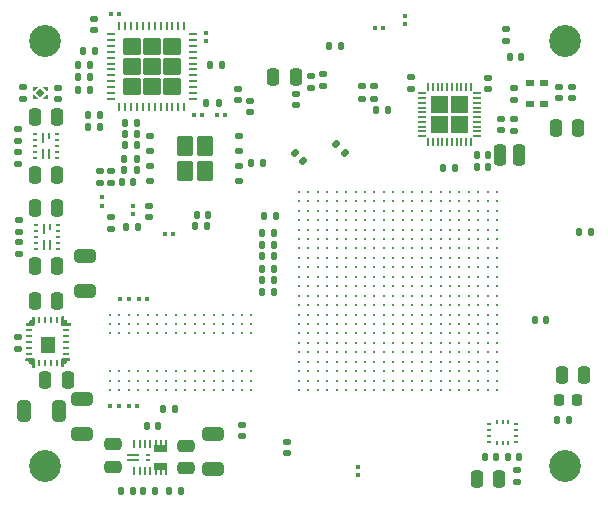
<source format=gtp>
G04 #@! TF.GenerationSoftware,KiCad,Pcbnew,8.0.0~rc2-1e5b68cb87~176~ubuntu22.04.1*
G04 #@! TF.CreationDate,2024-06-10T16:32:28+02:00*
G04 #@! TF.ProjectId,prova_fpga,70726f76-615f-4667-9067-612e6b696361,rev?*
G04 #@! TF.SameCoordinates,Original*
G04 #@! TF.FileFunction,Paste,Top*
G04 #@! TF.FilePolarity,Positive*
%FSLAX46Y46*%
G04 Gerber Fmt 4.6, Leading zero omitted, Abs format (unit mm)*
G04 Created by KiCad (PCBNEW 8.0.0~rc2-1e5b68cb87~176~ubuntu22.04.1) date 2024-06-10 16:32:28*
%MOMM*%
%LPD*%
G01*
G04 APERTURE LIST*
G04 Aperture macros list*
%AMRoundRect*
0 Rectangle with rounded corners*
0 $1 Rounding radius*
0 $2 $3 $4 $5 $6 $7 $8 $9 X,Y pos of 4 corners*
0 Add a 4 corners polygon primitive as box body*
4,1,4,$2,$3,$4,$5,$6,$7,$8,$9,$2,$3,0*
0 Add four circle primitives for the rounded corners*
1,1,$1+$1,$2,$3*
1,1,$1+$1,$4,$5*
1,1,$1+$1,$6,$7*
1,1,$1+$1,$8,$9*
0 Add four rect primitives between the rounded corners*
20,1,$1+$1,$2,$3,$4,$5,0*
20,1,$1+$1,$4,$5,$6,$7,0*
20,1,$1+$1,$6,$7,$8,$9,0*
20,1,$1+$1,$8,$9,$2,$3,0*%
%AMFreePoly0*
4,1,6,0.325041,0.072014,0.087937,-0.165085,-0.125052,-0.165088,-0.125109,0.135050,0.325086,0.135050,0.325041,0.072014,0.325041,0.072014,$1*%
%AMFreePoly1*
4,1,6,0.087937,0.165085,0.325041,-0.072014,0.325086,-0.135050,-0.125109,-0.135050,-0.125052,0.165088,0.087937,0.165085,0.087937,0.165085,$1*%
%AMFreePoly2*
4,1,6,0.125109,-0.135050,-0.325086,-0.135050,-0.325041,-0.072014,-0.087937,0.165085,0.125052,0.165088,0.125109,-0.135050,0.125109,-0.135050,$1*%
%AMFreePoly3*
4,1,23,-0.298000,0.521700,0.269100,0.521700,0.269100,-0.521700,-0.776100,-0.521700,-0.776100,-0.378300,-0.299000,-0.378300,-0.277858,-0.369542,-0.269100,-0.348400,-0.269100,-0.101601,-0.277858,-0.080459,-0.299000,-0.071701,-0.776100,-0.071701,-0.776100,0.071699,-0.299000,0.071699,-0.277858,0.080457,-0.269100,0.101599,-0.269100,0.348401,-0.277858,0.369543,-0.299000,0.378301,-0.776100,0.378301,
-0.776100,0.521701,-0.298002,0.521701,-0.298000,0.521700,-0.298000,0.521700,$1*%
%AMFreePoly4*
4,1,21,0.776100,0.378300,0.299000,0.378300,0.277858,0.369542,0.269100,0.348400,0.269100,0.101600,0.277858,0.080458,0.299000,0.071700,0.776100,0.071700,0.776100,-0.071700,0.299000,-0.071700,0.277858,-0.080458,0.269100,-0.101600,0.269100,-0.348400,0.277858,-0.369542,0.299000,-0.378300,0.776100,-0.378300,0.776100,-0.521700,-0.269100,-0.521700,-0.269100,0.521700,0.776100,0.521700,
0.776100,0.378300,0.776100,0.378300,$1*%
%AMFreePoly5*
4,1,21,0.227502,0.490679,0.227502,-0.190680,0.190682,-0.227500,-0.490679,-0.227500,-0.527499,-0.190680,-0.527499,-0.059320,-0.490679,-0.022500,-0.299999,-0.022500,-0.284089,-0.015910,-0.234090,0.034089,-0.227500,0.049999,-0.227500,0.190679,-0.190680,0.227499,-0.050000,0.227499,-0.034090,0.234089,0.015910,0.284089,0.022500,0.299999,0.022500,0.490678,0.059320,0.527498,0.190681,0.527498,
0.227502,0.490679,0.227502,0.490679,$1*%
%AMFreePoly6*
4,1,22,0.227499,0.190681,0.227501,-0.490679,0.190681,-0.527498,0.059320,-0.527498,0.022500,-0.490678,0.022502,-0.299999,0.015912,-0.284089,-0.034090,-0.234089,-0.050000,-0.227499,-0.190680,-0.227499,-0.227499,-0.190679,-0.227497,-0.049999,-0.234087,-0.034089,-0.234088,-0.034089,-0.284090,0.015910,-0.299999,0.022500,-0.490679,0.022500,-0.527499,0.059320,-0.527499,0.190680,-0.490679,0.227500,
0.190683,0.227500,0.227499,0.190681,0.227499,0.190681,$1*%
%AMFreePoly7*
4,1,22,0.490680,0.227500,0.527501,0.190680,0.527501,0.059320,0.490681,0.022500,0.300001,0.022500,0.284092,0.015910,0.234090,-0.034089,0.227499,-0.049998,0.227499,-0.049999,0.227501,-0.190679,0.190682,-0.227499,0.050002,-0.227499,0.034092,-0.234089,-0.015910,-0.284089,-0.022500,-0.299999,-0.022498,-0.490678,-0.059318,-0.527498,-0.190680,-0.527498,-0.227500,-0.490678,-0.227500,0.190682,
-0.190680,0.227501,0.490680,0.227500,0.490680,0.227500,$1*%
%AMFreePoly8*
4,1,22,-0.022498,0.490681,-0.022500,0.300002,-0.015910,0.284092,0.034092,0.234092,0.050002,0.227502,0.190682,0.227502,0.227501,0.190682,0.227499,0.050002,0.234089,0.034092,0.234090,0.034092,0.284092,-0.015907,0.300001,-0.022497,0.490681,-0.022497,0.527501,-0.059317,0.527501,-0.190677,0.490680,-0.227497,-0.190679,-0.227498,-0.227500,-0.190677,-0.227500,0.490681,-0.190680,0.527501,
-0.059318,0.527501,-0.022498,0.490681,-0.022498,0.490681,$1*%
G04 Aperture macros list end*
%ADD10C,0.000000*%
%ADD11RoundRect,0.250000X-0.250000X-0.650000X0.250000X-0.650000X0.250000X0.650000X-0.250000X0.650000X0*%
%ADD12RoundRect,0.135000X-0.135000X-0.185000X0.135000X-0.185000X0.135000X0.185000X-0.135000X0.185000X0*%
%ADD13RoundRect,0.135000X-0.226274X-0.035355X-0.035355X-0.226274X0.226274X0.035355X0.035355X0.226274X0*%
%ADD14RoundRect,0.135000X0.135000X0.185000X-0.135000X0.185000X-0.135000X-0.185000X0.135000X-0.185000X0*%
%ADD15RoundRect,0.140000X0.140000X0.170000X-0.140000X0.170000X-0.140000X-0.170000X0.140000X-0.170000X0*%
%ADD16RoundRect,0.140000X-0.140000X-0.170000X0.140000X-0.170000X0.140000X0.170000X-0.140000X0.170000X0*%
%ADD17RoundRect,0.250000X-0.650000X0.325000X-0.650000X-0.325000X0.650000X-0.325000X0.650000X0.325000X0*%
%ADD18RoundRect,0.250000X-0.475000X0.250000X-0.475000X-0.250000X0.475000X-0.250000X0.475000X0.250000X0*%
%ADD19C,2.700000*%
%ADD20RoundRect,0.140000X0.170000X-0.140000X0.170000X0.140000X-0.170000X0.140000X-0.170000X-0.140000X0*%
%ADD21RoundRect,0.135000X-0.185000X0.135000X-0.185000X-0.135000X0.185000X-0.135000X0.185000X0.135000X0*%
%ADD22RoundRect,0.079500X0.100500X-0.079500X0.100500X0.079500X-0.100500X0.079500X-0.100500X-0.079500X0*%
%ADD23RoundRect,0.079500X-0.079500X-0.100500X0.079500X-0.100500X0.079500X0.100500X-0.079500X0.100500X0*%
%ADD24RoundRect,0.079500X0.079500X0.100500X-0.079500X0.100500X-0.079500X-0.100500X0.079500X-0.100500X0*%
%ADD25RoundRect,0.250000X-0.435000X-0.615000X0.435000X-0.615000X0.435000X0.615000X-0.435000X0.615000X0*%
%ADD26RoundRect,0.125000X-0.200000X-0.125000X0.200000X-0.125000X0.200000X0.125000X-0.200000X0.125000X0*%
%ADD27R,0.182880X0.640080*%
%ADD28R,0.640080X0.182880*%
%ADD29FreePoly0,180.000000*%
%ADD30FreePoly1,180.000000*%
%ADD31FreePoly2,180.000000*%
%ADD32FreePoly1,0.000000*%
%ADD33RoundRect,0.024300X0.000000X0.309289X-0.309289X0.000000X0.000000X-0.309289X0.309289X0.000000X0*%
%ADD34RoundRect,0.045864X0.317735X-0.068796X0.317735X0.068796X-0.317735X0.068796X-0.317735X-0.068796X0*%
%ADD35RoundRect,0.045864X-0.068796X-0.317735X0.068796X-0.317735X0.068796X0.317735X-0.068796X0.317735X0*%
%ADD36RoundRect,0.218750X-0.218750X-0.256250X0.218750X-0.256250X0.218750X0.256250X-0.218750X0.256250X0*%
%ADD37R,0.182880X0.731520*%
%ADD38FreePoly3,90.000000*%
%ADD39FreePoly4,90.000000*%
%ADD40R,0.982980X0.228600*%
%ADD41R,0.457200X0.228600*%
%ADD42RoundRect,0.135000X0.185000X-0.135000X0.185000X0.135000X-0.185000X0.135000X-0.185000X-0.135000X0*%
%ADD43RoundRect,0.250000X0.325000X0.650000X-0.325000X0.650000X-0.325000X-0.650000X0.325000X-0.650000X0*%
%ADD44C,0.300000*%
%ADD45RoundRect,0.250000X0.250000X0.475000X-0.250000X0.475000X-0.250000X-0.475000X0.250000X-0.475000X0*%
%ADD46RoundRect,0.147500X0.172500X-0.147500X0.172500X0.147500X-0.172500X0.147500X-0.172500X-0.147500X0*%
%ADD47R,0.225000X0.540000*%
%ADD48R,0.225000X0.810000*%
%ADD49R,0.405000X0.225000*%
%ADD50RoundRect,0.250000X-0.250000X-0.475000X0.250000X-0.475000X0.250000X0.475000X-0.250000X0.475000X0*%
%ADD51R,0.434340X0.228600*%
%ADD52R,0.228600X0.434340*%
%ADD53RoundRect,0.147500X-0.172500X0.147500X-0.172500X-0.147500X0.172500X-0.147500X0.172500X0.147500X0*%
%ADD54RoundRect,0.079500X-0.100500X0.079500X-0.100500X-0.079500X0.100500X-0.079500X0.100500X0.079500X0*%
%ADD55RoundRect,0.140000X-0.170000X0.140000X-0.170000X-0.140000X0.170000X-0.140000X0.170000X0.140000X0*%
%ADD56R,0.800000X0.600000*%
%ADD57C,0.286400*%
%ADD58FreePoly5,0.000000*%
%ADD59R,0.630001X0.224999*%
%ADD60FreePoly6,0.000000*%
%ADD61R,0.224999X0.630001*%
%ADD62FreePoly7,0.000000*%
%ADD63FreePoly8,0.000000*%
%ADD64R,1.279999X1.439999*%
G04 APERTURE END LIST*
D10*
G36*
X144610000Y-100130000D02*
G01*
X143210000Y-100130000D01*
X143210000Y-98730000D01*
X144610000Y-98730000D01*
X144610000Y-100130000D01*
G37*
G36*
X144610000Y-101830000D02*
G01*
X143210000Y-101830000D01*
X143210000Y-100430000D01*
X144610000Y-100430000D01*
X144610000Y-101830000D01*
G37*
G36*
X146310000Y-100130000D02*
G01*
X144910000Y-100130000D01*
X144910000Y-98730000D01*
X146310000Y-98730000D01*
X146310000Y-100130000D01*
G37*
G36*
X146310000Y-101830000D02*
G01*
X144910000Y-101830000D01*
X144910000Y-100430000D01*
X146310000Y-100430000D01*
X146310000Y-101830000D01*
G37*
G36*
X118452000Y-93750000D02*
G01*
X118452000Y-93750000D01*
G75*
G02*
X118602000Y-93900000I0J-150000D01*
G01*
X118602000Y-95100000D01*
G75*
G02*
X118452000Y-95250000I-150000J0D01*
G01*
X117252000Y-95250000D01*
G75*
G02*
X117102000Y-95100000I0J150000D01*
G01*
X117102000Y-93900000D01*
G75*
G02*
X117252000Y-93750000I150000J0D01*
G01*
X118452000Y-93750000D01*
G37*
G36*
X118452000Y-95450000D02*
G01*
X118452000Y-95450000D01*
G75*
G02*
X118602000Y-95600000I0J-150000D01*
G01*
X118602000Y-96800000D01*
G75*
G02*
X118452000Y-96950000I-150000J0D01*
G01*
X117252000Y-96950000D01*
G75*
G02*
X117102000Y-96800000I0J150000D01*
G01*
X117102000Y-95600000D01*
G75*
G02*
X117252000Y-95450000I150000J0D01*
G01*
X118452000Y-95450000D01*
G37*
G36*
X118452000Y-97150000D02*
G01*
X118452000Y-97150000D01*
G75*
G02*
X118602000Y-97300000I0J-150000D01*
G01*
X118602000Y-98500000D01*
G75*
G02*
X118452000Y-98650000I-150000J0D01*
G01*
X117252000Y-98650000D01*
G75*
G02*
X117102000Y-98500000I0J150000D01*
G01*
X117102000Y-97300000D01*
G75*
G02*
X117252000Y-97150000I150000J0D01*
G01*
X118452000Y-97150000D01*
G37*
G36*
X120152000Y-93750000D02*
G01*
X120152000Y-93750000D01*
G75*
G02*
X120302000Y-93900000I0J-150000D01*
G01*
X120302000Y-95100000D01*
G75*
G02*
X120152000Y-95250000I-150000J0D01*
G01*
X118952000Y-95250000D01*
G75*
G02*
X118802000Y-95100000I0J150000D01*
G01*
X118802000Y-93900000D01*
G75*
G02*
X118952000Y-93750000I150000J0D01*
G01*
X120152000Y-93750000D01*
G37*
G36*
X120152000Y-95450000D02*
G01*
X120152000Y-95450000D01*
G75*
G02*
X120302000Y-95600000I0J-150000D01*
G01*
X120302000Y-96800000D01*
G75*
G02*
X120152000Y-96950000I-150000J0D01*
G01*
X118952000Y-96950000D01*
G75*
G02*
X118802000Y-96800000I0J150000D01*
G01*
X118802000Y-95600000D01*
G75*
G02*
X118952000Y-95450000I150000J0D01*
G01*
X120152000Y-95450000D01*
G37*
G36*
X120152000Y-97150000D02*
G01*
X120152000Y-97150000D01*
G75*
G02*
X120302000Y-97300000I0J-150000D01*
G01*
X120302000Y-98500000D01*
G75*
G02*
X120152000Y-98650000I-150000J0D01*
G01*
X118952000Y-98650000D01*
G75*
G02*
X118802000Y-98500000I0J150000D01*
G01*
X118802000Y-97300000D01*
G75*
G02*
X118952000Y-97150000I150000J0D01*
G01*
X120152000Y-97150000D01*
G37*
G36*
X121852000Y-93750000D02*
G01*
X121852000Y-93750000D01*
G75*
G02*
X122002000Y-93900000I0J-150000D01*
G01*
X122002000Y-95100000D01*
G75*
G02*
X121852000Y-95250000I-150000J0D01*
G01*
X120652000Y-95250000D01*
G75*
G02*
X120502000Y-95100000I0J150000D01*
G01*
X120502000Y-93900000D01*
G75*
G02*
X120652000Y-93750000I150000J0D01*
G01*
X121852000Y-93750000D01*
G37*
G36*
X121852000Y-95450000D02*
G01*
X121852000Y-95450000D01*
G75*
G02*
X122002000Y-95600000I0J-150000D01*
G01*
X122002000Y-96800000D01*
G75*
G02*
X121852000Y-96950000I-150000J0D01*
G01*
X120652000Y-96950000D01*
G75*
G02*
X120502000Y-96800000I0J150000D01*
G01*
X120502000Y-95600000D01*
G75*
G02*
X120652000Y-95450000I150000J0D01*
G01*
X121852000Y-95450000D01*
G37*
G36*
X121852000Y-97150000D02*
G01*
X121852000Y-97150000D01*
G75*
G02*
X122002000Y-97300000I0J-150000D01*
G01*
X122002000Y-98500000D01*
G75*
G02*
X121852000Y-98650000I-150000J0D01*
G01*
X120652000Y-98650000D01*
G75*
G02*
X120502000Y-98500000I0J150000D01*
G01*
X120502000Y-97300000D01*
G75*
G02*
X120652000Y-97150000I150000J0D01*
G01*
X121852000Y-97150000D01*
G37*
G36*
X120876601Y-128850000D02*
G01*
X119773400Y-128850000D01*
X119773400Y-128252000D01*
X120876601Y-128252000D01*
X120876601Y-128850000D01*
G37*
G36*
X120876601Y-130348000D02*
G01*
X119773400Y-130348000D01*
X119773400Y-129750000D01*
X120876601Y-129750000D01*
X120876601Y-130348000D01*
G37*
G36*
X109627498Y-120932502D02*
G01*
X109627501Y-121632501D01*
X109577499Y-121682500D01*
X109427499Y-121682500D01*
X109377499Y-121632501D01*
X109377501Y-121432501D01*
X109327499Y-121382501D01*
X109177499Y-121382501D01*
X109127499Y-121332501D01*
X109127502Y-121182501D01*
X109077500Y-121132502D01*
X108877500Y-121132502D01*
X108827500Y-121082502D01*
X108827500Y-120932502D01*
X108877500Y-120882502D01*
X109577501Y-120882502D01*
X109627498Y-120932502D01*
G37*
G36*
X112127501Y-117382501D02*
G01*
X112127499Y-117582501D01*
X112177501Y-117632501D01*
X112327501Y-117632501D01*
X112377501Y-117682501D01*
X112377498Y-117832501D01*
X112427500Y-117882500D01*
X112627500Y-117882500D01*
X112677500Y-117932500D01*
X112677500Y-118082500D01*
X112627500Y-118132500D01*
X111927499Y-118132502D01*
X111877499Y-118082500D01*
X111877499Y-117382501D01*
X111927499Y-117332502D01*
X112077501Y-117332502D01*
X112127501Y-117382501D01*
G37*
D11*
X149060000Y-103660000D03*
X150660000Y-103660000D03*
D12*
X117265000Y-102850000D03*
X118285000Y-102850000D03*
X153865000Y-126100000D03*
X154885000Y-126100000D03*
D13*
X131669376Y-103499376D03*
X132390624Y-104220624D03*
D14*
X125510000Y-96100000D03*
X124490000Y-96100000D03*
X129920000Y-113299999D03*
X128900000Y-113299999D03*
D15*
X124330000Y-108750000D03*
X123370000Y-108750000D03*
D16*
X147070000Y-104700000D03*
X148030000Y-104700000D03*
D17*
X113610000Y-124355000D03*
X113610000Y-127305000D03*
D18*
X116275002Y-128200000D03*
X116275002Y-130100000D03*
D19*
X110500000Y-94000000D03*
D20*
X108620000Y-98925000D03*
X108620000Y-97965000D03*
D16*
X147070000Y-103725000D03*
X148030000Y-103725000D03*
D21*
X150500000Y-130340000D03*
X150500000Y-131360000D03*
D22*
X124100000Y-94070000D03*
X124100000Y-93380000D03*
D20*
X148010000Y-98130000D03*
X148010000Y-97170000D03*
X149100000Y-101580000D03*
X149100000Y-100620000D03*
D16*
X149845000Y-95375000D03*
X150805000Y-95375000D03*
D14*
X145210000Y-104800000D03*
X144190000Y-104800000D03*
D12*
X127965000Y-104400000D03*
X128985000Y-104400000D03*
X120510000Y-125190000D03*
X121530000Y-125190000D03*
D15*
X156710000Y-110190000D03*
X155750000Y-110190000D03*
D23*
X118445000Y-115850000D03*
X119135000Y-115850000D03*
X123155000Y-100300000D03*
X123845000Y-100300000D03*
D24*
X116735000Y-124970000D03*
X116045000Y-124970000D03*
D25*
X122325000Y-102925000D03*
X122325000Y-105075000D03*
X124025000Y-102925000D03*
X124025000Y-105075000D03*
D26*
X119425000Y-102095000D03*
X119425000Y-103365000D03*
X119425000Y-104635000D03*
X119425000Y-105905000D03*
X126925000Y-105905000D03*
X126925000Y-104635000D03*
X126925000Y-103365000D03*
X126925000Y-102095000D03*
D27*
X146559999Y-97930500D03*
X146160000Y-97930500D03*
X145760001Y-97930500D03*
X145359999Y-97930500D03*
X144960000Y-97930500D03*
X144560000Y-97930500D03*
X144160001Y-97930500D03*
X143759999Y-97930500D03*
X143360000Y-97930500D03*
X142960001Y-97930500D03*
D28*
X142410500Y-98480001D03*
X142410500Y-98880000D03*
X142410500Y-99279999D03*
X142410500Y-99680001D03*
X142410500Y-100080000D03*
X142410500Y-100480000D03*
X142410500Y-100879999D03*
X142410500Y-101280001D03*
X142410500Y-101680000D03*
X142410500Y-102079999D03*
D27*
X142960001Y-102629500D03*
X143360000Y-102629500D03*
X143759999Y-102629500D03*
X144160001Y-102629500D03*
X144560000Y-102629500D03*
X144960000Y-102629500D03*
X145359999Y-102629500D03*
X145760001Y-102629500D03*
X146160000Y-102629500D03*
X146559999Y-102629500D03*
D28*
X147109500Y-102079999D03*
X147109500Y-101680000D03*
X147109500Y-101280001D03*
X147109500Y-100879999D03*
X147109500Y-100480000D03*
X147109500Y-100080000D03*
X147109500Y-99680001D03*
X147109500Y-99279999D03*
X147109500Y-98880000D03*
X147109500Y-98480001D03*
D14*
X129920000Y-114299999D03*
X128900000Y-114299999D03*
D21*
X150200000Y-97990000D03*
X150200000Y-99010000D03*
D16*
X147745000Y-129250000D03*
X148705000Y-129250000D03*
D15*
X120080000Y-126600000D03*
X119120000Y-126600000D03*
D29*
X110640000Y-98790000D03*
D30*
X110640000Y-98140000D03*
D31*
X109580000Y-98140000D03*
D32*
X109580000Y-98790000D03*
D33*
X110110000Y-98465000D03*
D19*
X154500000Y-94000000D03*
D12*
X113290000Y-98150000D03*
X114310000Y-98150000D03*
X117265000Y-101900000D03*
X118285000Y-101900000D03*
D14*
X117965001Y-132150000D03*
X116945001Y-132150000D03*
D34*
X116100000Y-93450000D03*
X116100000Y-93949999D03*
X116100000Y-94450001D03*
X116100000Y-94950000D03*
X116100000Y-95449999D03*
X116100000Y-95950000D03*
X116100000Y-96450000D03*
X116100000Y-96950001D03*
X116100000Y-97450000D03*
X116100000Y-97949999D03*
X116100000Y-98450001D03*
X116100000Y-98950000D03*
D35*
X116802000Y-99652000D03*
X117301999Y-99652000D03*
X117802001Y-99652000D03*
X118302000Y-99652000D03*
X118801999Y-99652000D03*
X119302000Y-99652000D03*
X119802000Y-99652000D03*
X120302001Y-99652000D03*
X120802000Y-99652000D03*
X121301999Y-99652000D03*
X121802001Y-99652000D03*
X122302000Y-99652000D03*
D34*
X123004000Y-98950000D03*
X123004000Y-98450001D03*
X123004000Y-97949999D03*
X123004000Y-97450000D03*
X123004000Y-96950001D03*
X123004000Y-96450000D03*
X123004000Y-95950000D03*
X123004000Y-95449999D03*
X123004000Y-94950000D03*
X123004000Y-94450001D03*
X123004000Y-93949999D03*
X123004000Y-93450000D03*
D35*
X122302000Y-92748000D03*
X121802001Y-92748000D03*
X121301999Y-92748000D03*
X120802000Y-92748000D03*
X120302001Y-92748000D03*
X119802000Y-92748000D03*
X119302000Y-92748000D03*
X118801999Y-92748000D03*
X118302000Y-92748000D03*
X117802001Y-92748000D03*
X117301999Y-92748000D03*
X116802000Y-92748000D03*
D36*
X154012500Y-124475000D03*
X155587500Y-124475000D03*
D12*
X138500000Y-99900000D03*
X139520000Y-99900000D03*
D37*
X118075001Y-130450000D03*
X118525000Y-130450000D03*
X118975002Y-130450000D03*
X119425001Y-130450000D03*
D38*
X120325001Y-130050000D03*
D39*
X120325001Y-128550000D03*
D37*
X119425001Y-128150000D03*
X118975002Y-128150000D03*
X118525000Y-128150000D03*
X118075001Y-128150000D03*
D40*
X117925001Y-129050000D03*
X117925001Y-129550000D03*
D41*
X119200000Y-129550000D03*
X119200000Y-129050000D03*
D18*
X122475002Y-128293300D03*
X122475002Y-130193300D03*
D42*
X108350000Y-112060000D03*
X108350000Y-111040000D03*
D43*
X111665000Y-125370000D03*
X108715000Y-125370000D03*
D20*
X114700000Y-93130000D03*
X114700000Y-92170000D03*
D44*
X127989998Y-117199999D03*
X127989998Y-117999999D03*
X127989998Y-118799999D03*
X127989998Y-121999999D03*
X127989998Y-122799999D03*
X127989998Y-123599999D03*
X127189998Y-117199999D03*
X127189998Y-117999999D03*
X127189998Y-118799999D03*
X127189998Y-121999999D03*
X127189998Y-122799999D03*
X127189998Y-123599999D03*
X126389998Y-117199999D03*
X126389998Y-117999999D03*
X126389998Y-118799999D03*
X126389998Y-121999999D03*
X126389998Y-122799999D03*
X126389998Y-123599999D03*
X125589998Y-117199999D03*
X125589998Y-117999999D03*
X125589998Y-118799999D03*
X125589998Y-121999999D03*
X125589998Y-122799999D03*
X125589998Y-123599999D03*
X124789998Y-117199999D03*
X124789998Y-117999999D03*
X124789998Y-118799999D03*
X124789998Y-121999999D03*
X124789998Y-122799999D03*
X124789998Y-123599999D03*
X123989998Y-117199999D03*
X123989998Y-117999999D03*
X123989998Y-118799999D03*
X123989998Y-121999999D03*
X123989998Y-122799999D03*
X123989998Y-123599999D03*
X123189998Y-117199999D03*
X123189998Y-117999999D03*
X123189998Y-118799999D03*
X123189998Y-121999999D03*
X123189998Y-122799999D03*
X123189998Y-123599999D03*
X122389998Y-117199999D03*
X122389998Y-117999999D03*
X122389998Y-118799999D03*
X122389998Y-121999999D03*
X122389998Y-122799999D03*
X122389998Y-123599999D03*
X121589998Y-117199999D03*
X121589998Y-117999999D03*
X121589998Y-118799999D03*
X121589998Y-121999999D03*
X121589998Y-122799999D03*
X121589998Y-123599999D03*
X120789998Y-117199999D03*
X120789998Y-117999999D03*
X120789998Y-118799999D03*
X120789998Y-121999999D03*
X120789998Y-122799999D03*
X120789998Y-123599999D03*
X119989998Y-117199999D03*
X119989998Y-117999999D03*
X119989998Y-118799999D03*
X119989998Y-121999999D03*
X119989998Y-122799999D03*
X119989998Y-123599999D03*
X119189998Y-117199999D03*
X119189998Y-117999999D03*
X119189998Y-118799999D03*
X119189998Y-121999999D03*
X119189998Y-122799999D03*
X119189998Y-123599999D03*
X118389998Y-117199999D03*
X118389998Y-117999999D03*
X118389998Y-118799999D03*
X118389998Y-121999999D03*
X118389998Y-122799999D03*
X118389998Y-123599999D03*
X117589998Y-117199999D03*
X117589998Y-117999999D03*
X117589998Y-118799999D03*
X117589998Y-121999999D03*
X117589998Y-122799999D03*
X117589998Y-123599999D03*
X116789998Y-117199999D03*
X116789998Y-117999999D03*
X116789998Y-118799999D03*
X116789998Y-121999999D03*
X116789998Y-122799999D03*
X116789998Y-123599999D03*
X115989998Y-117199999D03*
X115989998Y-117999999D03*
X115989998Y-118799999D03*
X115989998Y-121999999D03*
X115989998Y-122799999D03*
X115989998Y-123599999D03*
D45*
X111550000Y-100470000D03*
X109650000Y-100470000D03*
D19*
X110500000Y-130000000D03*
D17*
X124700000Y-127300000D03*
X124700000Y-130250000D03*
D21*
X116110000Y-105020000D03*
X116110000Y-106040000D03*
D14*
X115160000Y-101300000D03*
X114140000Y-101300000D03*
D19*
X154500000Y-130000000D03*
D16*
X134595000Y-94500000D03*
X135555000Y-94500000D03*
D24*
X121345000Y-110380000D03*
X120655000Y-110380000D03*
D22*
X115350000Y-107975000D03*
X115350000Y-107285000D03*
D45*
X111550000Y-105390000D03*
X109650000Y-105390000D03*
D23*
X116894998Y-115850000D03*
X117584998Y-115850000D03*
D20*
X126860000Y-99030000D03*
X126860000Y-98070000D03*
D21*
X137380000Y-97890000D03*
X137380000Y-98910000D03*
D46*
X155100000Y-98885000D03*
X155100000Y-97915000D03*
D12*
X113290000Y-96100000D03*
X114310000Y-96100000D03*
D20*
X150250000Y-101630000D03*
X150250000Y-100670000D03*
D15*
X117990000Y-105960000D03*
X117030000Y-105960000D03*
D12*
X120980000Y-132150000D03*
X122000000Y-132150000D03*
D45*
X111550000Y-108170000D03*
X109650000Y-108170000D03*
D14*
X119860000Y-132150000D03*
X118840000Y-132150000D03*
D42*
X108350000Y-110185000D03*
X108350000Y-109165000D03*
D14*
X125200000Y-99290000D03*
X124180000Y-99290000D03*
D47*
X110820000Y-102060000D03*
D48*
X110320000Y-102210000D03*
D49*
X109645000Y-101910000D03*
X109645000Y-102410000D03*
X109645000Y-102910000D03*
X109645000Y-103410000D03*
X109645000Y-103910000D03*
D48*
X110320000Y-103610000D03*
X110820000Y-103610000D03*
D49*
X111495000Y-103910000D03*
X111495000Y-103410000D03*
X111495000Y-102910000D03*
X111495000Y-102410000D03*
X111495000Y-101910000D03*
D47*
X110925000Y-109795000D03*
D48*
X110425000Y-109945000D03*
D49*
X109750000Y-109645000D03*
X109750000Y-110145000D03*
X109750000Y-110645000D03*
X109750000Y-111145000D03*
X109750000Y-111645000D03*
D48*
X110425000Y-111345000D03*
X110925000Y-111345000D03*
D49*
X111600000Y-111645000D03*
X111600000Y-111145000D03*
X111600000Y-110645000D03*
X111600000Y-110145000D03*
X111600000Y-109645000D03*
D45*
X156150000Y-122300000D03*
X154250000Y-122300000D03*
D14*
X129920000Y-110260000D03*
X128900000Y-110260000D03*
D23*
X138455000Y-92950000D03*
X139145000Y-92950000D03*
D50*
X109640000Y-116032503D03*
X111540000Y-116032503D03*
D42*
X108250000Y-104420000D03*
X108250000Y-103400000D03*
D51*
X148094300Y-126449999D03*
X148094300Y-126950000D03*
X148094300Y-127450000D03*
X148094300Y-127950001D03*
D52*
X148750001Y-128114400D03*
X149250000Y-128114400D03*
X149749999Y-128114400D03*
D51*
X150405700Y-127950001D03*
X150405700Y-127450000D03*
X150405700Y-126950000D03*
X150405700Y-126449999D03*
D52*
X149749999Y-126285600D03*
X149250000Y-126285600D03*
X148750001Y-126285600D03*
D14*
X130050000Y-108860000D03*
X129030000Y-108860000D03*
D20*
X131000000Y-128930000D03*
X131000000Y-127970000D03*
D24*
X118325000Y-124970000D03*
X117635000Y-124970000D03*
D50*
X153750000Y-101400000D03*
X155650000Y-101400000D03*
D45*
X112440000Y-122770000D03*
X110540000Y-122770000D03*
D14*
X129920000Y-112274999D03*
X128900000Y-112274999D03*
D42*
X134020000Y-97880000D03*
X134020000Y-96860000D03*
D12*
X117240000Y-104975000D03*
X118260000Y-104975000D03*
D20*
X111570000Y-98975000D03*
X111570000Y-98015000D03*
D50*
X147050000Y-131100000D03*
X148950000Y-131100000D03*
D53*
X127880000Y-99095000D03*
X127880000Y-100065000D03*
D54*
X137050000Y-130130000D03*
X137050000Y-130820000D03*
D14*
X129920000Y-115330000D03*
X128900000Y-115330000D03*
D45*
X131725000Y-97100000D03*
X129825000Y-97100000D03*
D12*
X113690000Y-94850000D03*
X114710000Y-94850000D03*
X114140000Y-100300000D03*
X115160000Y-100300000D03*
D55*
X127150000Y-126525000D03*
X127150000Y-127485000D03*
D20*
X149525000Y-94005000D03*
X149525000Y-93045000D03*
D56*
X152770000Y-99400000D03*
X152770000Y-97600000D03*
X151570000Y-97600000D03*
X151570000Y-99400000D03*
D16*
X151995000Y-117650000D03*
X152955000Y-117650000D03*
D45*
X111550000Y-113095000D03*
X109650000Y-113095000D03*
D24*
X125745000Y-100300000D03*
X125055000Y-100300000D03*
D14*
X124260000Y-109710000D03*
X123240000Y-109710000D03*
D17*
X113900000Y-112225000D03*
X113900000Y-115175000D03*
D13*
X135164376Y-102764376D03*
X135885624Y-103485624D03*
D54*
X140975000Y-91930000D03*
X140975000Y-92620000D03*
D20*
X154065000Y-98880000D03*
X154065000Y-97920000D03*
D21*
X133050000Y-96990000D03*
X133050000Y-98010000D03*
D15*
X150630000Y-129250000D03*
X149670000Y-129250000D03*
D55*
X119350000Y-107990000D03*
X119350000Y-108950000D03*
D57*
X132000000Y-106800001D03*
X132800000Y-106800001D03*
X133600000Y-106800001D03*
X134400000Y-106800001D03*
X135200000Y-106800001D03*
X136000000Y-106800001D03*
X136799999Y-106800001D03*
X137599999Y-106800001D03*
X138399999Y-106800001D03*
X139199999Y-106800001D03*
X139999999Y-106800001D03*
X140799999Y-106800001D03*
X141599999Y-106800001D03*
X142399999Y-106800001D03*
X143199999Y-106800001D03*
X143999999Y-106800001D03*
X144799999Y-106800001D03*
X145599998Y-106800001D03*
X146399998Y-106800001D03*
X147199998Y-106800001D03*
X147999998Y-106800001D03*
X148799998Y-106800001D03*
X132000000Y-122799999D03*
X132800000Y-122799999D03*
X133600000Y-122799999D03*
X134400000Y-122799999D03*
X135200000Y-122799999D03*
X136000000Y-122799999D03*
X136799999Y-122799999D03*
X137599999Y-122799999D03*
X138399999Y-122799999D03*
X139199999Y-122799999D03*
X139999999Y-122799999D03*
X140799999Y-122799999D03*
X141599999Y-122799999D03*
X142399999Y-122799999D03*
X143199999Y-122799999D03*
X143999999Y-122799999D03*
X144799999Y-122799999D03*
X145599998Y-122799999D03*
X146399998Y-122799999D03*
X147199998Y-122799999D03*
X147999998Y-122799999D03*
X148799998Y-122799999D03*
X132000000Y-123599999D03*
X132800000Y-123599999D03*
X133600000Y-123599999D03*
X134400000Y-123599999D03*
X135200000Y-123599999D03*
X136000000Y-123599999D03*
X136799999Y-123599999D03*
X137599999Y-123599999D03*
X138399999Y-123599999D03*
X139199999Y-123599999D03*
X139999999Y-123599999D03*
X140799999Y-123599999D03*
X141599999Y-123599999D03*
X142399999Y-123599999D03*
X143199999Y-123599999D03*
X143999999Y-123599999D03*
X144799999Y-123599999D03*
X145599998Y-123599999D03*
X146399998Y-123599999D03*
X147199998Y-123599999D03*
X147999998Y-123599999D03*
X148799998Y-123599999D03*
X132000000Y-107600001D03*
X132800000Y-107600001D03*
X133600000Y-107600001D03*
X134400000Y-107600001D03*
X135200000Y-107600001D03*
X136000000Y-107600001D03*
X136799999Y-107600001D03*
X137599999Y-107600001D03*
X138399999Y-107600001D03*
X139199999Y-107600001D03*
X139999999Y-107600001D03*
X140799999Y-107600001D03*
X141599999Y-107600001D03*
X142399999Y-107600001D03*
X143199999Y-107600001D03*
X143999999Y-107600001D03*
X144799999Y-107600001D03*
X145599998Y-107600001D03*
X146399998Y-107600001D03*
X147199998Y-107600001D03*
X147999998Y-107600001D03*
X148799998Y-107600001D03*
X132000000Y-108400001D03*
X132800000Y-108400001D03*
X133600000Y-108400001D03*
X134400000Y-108400001D03*
X135200000Y-108400001D03*
X136000000Y-108400001D03*
X136799999Y-108400001D03*
X137599999Y-108400001D03*
X138399999Y-108400001D03*
X139199999Y-108400001D03*
X139999999Y-108400001D03*
X140799999Y-108400001D03*
X141599999Y-108400001D03*
X142399999Y-108400001D03*
X143199999Y-108400001D03*
X143999999Y-108400001D03*
X144799999Y-108400001D03*
X145599998Y-108400001D03*
X146399998Y-108400001D03*
X147199998Y-108400001D03*
X147999998Y-108400001D03*
X148799998Y-108400001D03*
X132000000Y-109200001D03*
X132800000Y-109200001D03*
X133600000Y-109200001D03*
X134400000Y-109200001D03*
X135200000Y-109200001D03*
X136000000Y-109200001D03*
X136799999Y-109200001D03*
X137599999Y-109200001D03*
X138399999Y-109200001D03*
X139199999Y-109200001D03*
X139999999Y-109200001D03*
X140799999Y-109200001D03*
X141599999Y-109200001D03*
X142399999Y-109200001D03*
X143199999Y-109200001D03*
X143999999Y-109200001D03*
X144799999Y-109200001D03*
X145599998Y-109200001D03*
X146399998Y-109200001D03*
X147199998Y-109200001D03*
X147999998Y-109200001D03*
X148799998Y-109200001D03*
X132000000Y-110000001D03*
X132800000Y-110000001D03*
X133600000Y-110000001D03*
X134400000Y-110000001D03*
X135200000Y-110000001D03*
X136000000Y-110000001D03*
X136799999Y-110000001D03*
X137599999Y-110000001D03*
X138399999Y-110000001D03*
X139199999Y-110000001D03*
X139999999Y-110000001D03*
X140799999Y-110000001D03*
X141599999Y-110000001D03*
X142399999Y-110000001D03*
X143199999Y-110000001D03*
X143999999Y-110000001D03*
X144799999Y-110000001D03*
X145599998Y-110000001D03*
X146399998Y-110000001D03*
X147199998Y-110000001D03*
X147999998Y-110000001D03*
X148799998Y-110000001D03*
X132000000Y-110800001D03*
X132800000Y-110800001D03*
X133600000Y-110800001D03*
X134400000Y-110800001D03*
X135200000Y-110800001D03*
X136000000Y-110800001D03*
X136799999Y-110800001D03*
X137599999Y-110800001D03*
X138399999Y-110800001D03*
X139199999Y-110800001D03*
X139999999Y-110800001D03*
X140799999Y-110800001D03*
X141599999Y-110800001D03*
X142399999Y-110800001D03*
X143199999Y-110800001D03*
X143999999Y-110800001D03*
X144799999Y-110800001D03*
X145599998Y-110800001D03*
X146399998Y-110800001D03*
X147199998Y-110800001D03*
X147999998Y-110800001D03*
X148799998Y-110800001D03*
X132000000Y-111600000D03*
X132800000Y-111600000D03*
X133600000Y-111600000D03*
X134400000Y-111600000D03*
X135200000Y-111600000D03*
X136000000Y-111600000D03*
X136799999Y-111600000D03*
X137599999Y-111600000D03*
X138399999Y-111600000D03*
X139199999Y-111600000D03*
X139999999Y-111600000D03*
X140799999Y-111600000D03*
X141599999Y-111600000D03*
X142399999Y-111600000D03*
X143199999Y-111600000D03*
X143999999Y-111600000D03*
X144799999Y-111600000D03*
X145599998Y-111600000D03*
X146399998Y-111600000D03*
X147199998Y-111600000D03*
X147999998Y-111600000D03*
X148799998Y-111600000D03*
X132000000Y-112400000D03*
X132800000Y-112400000D03*
X133600000Y-112400000D03*
X134400000Y-112400000D03*
X135200000Y-112400000D03*
X136000000Y-112400000D03*
X136799999Y-112400000D03*
X137599999Y-112400000D03*
X138399999Y-112400000D03*
X139199999Y-112400000D03*
X139999999Y-112400000D03*
X140799999Y-112400000D03*
X141599999Y-112400000D03*
X142399999Y-112400000D03*
X143199999Y-112400000D03*
X143999999Y-112400000D03*
X144799999Y-112400000D03*
X145599998Y-112400000D03*
X146399998Y-112400000D03*
X147199998Y-112400000D03*
X147999998Y-112400000D03*
X148799998Y-112400000D03*
X132000000Y-113200000D03*
X132800000Y-113200000D03*
X133600000Y-113200000D03*
X134400000Y-113200000D03*
X135200000Y-113200000D03*
X136000000Y-113200000D03*
X136799999Y-113200000D03*
X137599999Y-113200000D03*
X138399999Y-113200000D03*
X139199999Y-113200000D03*
X139999999Y-113200000D03*
X140799999Y-113200000D03*
X141599999Y-113200000D03*
X142399999Y-113200000D03*
X143199999Y-113200000D03*
X143999999Y-113200000D03*
X144799999Y-113200000D03*
X145599998Y-113200000D03*
X146399998Y-113200000D03*
X147199998Y-113200000D03*
X147999998Y-113200000D03*
X148799998Y-113200000D03*
X132000000Y-114000000D03*
X132800000Y-114000000D03*
X133600000Y-114000000D03*
X134400000Y-114000000D03*
X135200000Y-114000000D03*
X136000000Y-114000000D03*
X136799999Y-114000000D03*
X137599999Y-114000000D03*
X138399999Y-114000000D03*
X139199999Y-114000000D03*
X139999999Y-114000000D03*
X140799999Y-114000000D03*
X141599999Y-114000000D03*
X142399999Y-114000000D03*
X143199999Y-114000000D03*
X143999999Y-114000000D03*
X144799999Y-114000000D03*
X145599998Y-114000000D03*
X146399998Y-114000000D03*
X147199998Y-114000000D03*
X147999998Y-114000000D03*
X148799998Y-114000000D03*
X132000000Y-114800000D03*
X132800000Y-114800000D03*
X133600000Y-114800000D03*
X134400000Y-114800000D03*
X135200000Y-114800000D03*
X136000000Y-114800000D03*
X136799999Y-114800000D03*
X137599999Y-114800000D03*
X138399999Y-114800000D03*
X139199999Y-114800000D03*
X139999999Y-114800000D03*
X140799999Y-114800000D03*
X141599999Y-114800000D03*
X142399999Y-114800000D03*
X143199999Y-114800000D03*
X143999999Y-114800000D03*
X144799999Y-114800000D03*
X145599998Y-114800000D03*
X146399998Y-114800000D03*
X147199998Y-114800000D03*
X147999998Y-114800000D03*
X148799998Y-114800000D03*
X132000000Y-115600000D03*
X132800000Y-115600000D03*
X133600000Y-115600000D03*
X134400000Y-115600000D03*
X135200000Y-115600000D03*
X136000000Y-115600000D03*
X136799999Y-115600000D03*
X137599999Y-115600000D03*
X138399999Y-115600000D03*
X139199999Y-115600000D03*
X139999999Y-115600000D03*
X140799999Y-115600000D03*
X141599999Y-115600000D03*
X142399999Y-115600000D03*
X143199999Y-115600000D03*
X143999999Y-115600000D03*
X144799999Y-115600000D03*
X145599998Y-115600000D03*
X146399998Y-115600000D03*
X147199998Y-115600000D03*
X147999998Y-115600000D03*
X148799998Y-115600000D03*
X132000000Y-116400000D03*
X132800000Y-116400000D03*
X133600000Y-116400000D03*
X134400000Y-116400000D03*
X135200000Y-116400000D03*
X136000000Y-116400000D03*
X136799999Y-116400000D03*
X137599999Y-116400000D03*
X138399999Y-116400000D03*
X139199999Y-116400000D03*
X139999999Y-116400000D03*
X140799999Y-116400000D03*
X141599999Y-116400000D03*
X142399999Y-116400000D03*
X143199999Y-116400000D03*
X143999999Y-116400000D03*
X144799999Y-116400000D03*
X145599998Y-116400000D03*
X146399998Y-116400000D03*
X147199998Y-116400000D03*
X147999998Y-116400000D03*
X148799998Y-116400000D03*
X132000000Y-117200000D03*
X132800000Y-117200000D03*
X133600000Y-117200000D03*
X134400000Y-117200000D03*
X135200000Y-117200000D03*
X136000000Y-117200000D03*
X136799999Y-117200000D03*
X137599999Y-117200000D03*
X138399999Y-117200000D03*
X139199999Y-117200000D03*
X139999999Y-117200000D03*
X140799999Y-117200000D03*
X141599999Y-117200000D03*
X142399999Y-117200000D03*
X143199999Y-117200000D03*
X143999999Y-117200000D03*
X144799999Y-117200000D03*
X145599998Y-117200000D03*
X146399998Y-117200000D03*
X147199998Y-117200000D03*
X147999998Y-117200000D03*
X148799998Y-117200000D03*
X132000000Y-118000000D03*
X132800000Y-118000000D03*
X133600000Y-118000000D03*
X134400000Y-118000000D03*
X135200000Y-118000000D03*
X136000000Y-118000000D03*
X136799999Y-118000000D03*
X137599999Y-118000000D03*
X138399999Y-118000000D03*
X139199999Y-118000000D03*
X139999999Y-118000000D03*
X140799999Y-118000000D03*
X141599999Y-118000000D03*
X142399999Y-118000000D03*
X143199999Y-118000000D03*
X143999999Y-118000000D03*
X144799999Y-118000000D03*
X145599998Y-118000000D03*
X146399998Y-118000000D03*
X147199998Y-118000000D03*
X147999998Y-118000000D03*
X148799998Y-118000000D03*
X132000000Y-118800000D03*
X132800000Y-118800000D03*
X133600000Y-118800000D03*
X134400000Y-118800000D03*
X135200000Y-118800000D03*
X136000000Y-118800000D03*
X136799999Y-118800000D03*
X137599999Y-118800000D03*
X138399999Y-118800000D03*
X139199999Y-118800000D03*
X139999999Y-118800000D03*
X140799999Y-118800000D03*
X141599999Y-118800000D03*
X142399999Y-118800000D03*
X143199999Y-118800000D03*
X143999999Y-118800000D03*
X144799999Y-118800000D03*
X145599998Y-118800000D03*
X146399998Y-118800000D03*
X147199998Y-118800000D03*
X147999998Y-118800000D03*
X148799998Y-118800000D03*
X132000000Y-119600000D03*
X132800000Y-119600000D03*
X133600000Y-119600000D03*
X134400000Y-119600000D03*
X135200000Y-119600000D03*
X136000000Y-119600000D03*
X136799999Y-119600000D03*
X137599999Y-119600000D03*
X138399999Y-119600000D03*
X139199999Y-119600000D03*
X139999999Y-119600000D03*
X140799999Y-119600000D03*
X141599999Y-119600000D03*
X142399999Y-119600000D03*
X143199999Y-119600000D03*
X143999999Y-119600000D03*
X144799999Y-119600000D03*
X145599998Y-119600000D03*
X146399998Y-119600000D03*
X147199998Y-119600000D03*
X147999998Y-119600000D03*
X148799998Y-119600000D03*
X132000000Y-120399999D03*
X132800000Y-120399999D03*
X133600000Y-120399999D03*
X134400000Y-120399999D03*
X135200000Y-120399999D03*
X136000000Y-120399999D03*
X136799999Y-120399999D03*
X137599999Y-120399999D03*
X138399999Y-120399999D03*
X139199999Y-120399999D03*
X139999999Y-120399999D03*
X140799999Y-120399999D03*
X141599999Y-120399999D03*
X142399999Y-120399999D03*
X143199999Y-120399999D03*
X143999999Y-120399999D03*
X144799999Y-120399999D03*
X145599998Y-120399999D03*
X146399998Y-120399999D03*
X147199998Y-120399999D03*
X147999998Y-120399999D03*
X148799998Y-120399999D03*
X132000000Y-121199999D03*
X132800000Y-121199999D03*
X133600000Y-121199999D03*
X134400000Y-121199999D03*
X135200000Y-121199999D03*
X136000000Y-121199999D03*
X136799999Y-121199999D03*
X137599999Y-121199999D03*
X138399999Y-121199999D03*
X139199999Y-121199999D03*
X139999999Y-121199999D03*
X140799999Y-121199999D03*
X141599999Y-121199999D03*
X142399999Y-121199999D03*
X143199999Y-121199999D03*
X143999999Y-121199999D03*
X144799999Y-121199999D03*
X145599998Y-121199999D03*
X146399998Y-121199999D03*
X147199998Y-121199999D03*
X147999998Y-121199999D03*
X148799998Y-121199999D03*
X132000000Y-121999999D03*
X132800000Y-121999999D03*
X133600000Y-121999999D03*
X134400000Y-121999999D03*
X135200000Y-121999999D03*
X136000000Y-121999999D03*
X136799999Y-121999999D03*
X137599999Y-121999999D03*
X138399999Y-121999999D03*
X139199999Y-121999999D03*
X139999999Y-121999999D03*
X140799999Y-121999999D03*
X141599999Y-121999999D03*
X142399999Y-121999999D03*
X143199999Y-121999999D03*
X143999999Y-121999999D03*
X144799999Y-121999999D03*
X145599998Y-121999999D03*
X146399998Y-121999999D03*
X147199998Y-121999999D03*
X147999998Y-121999999D03*
X148799998Y-121999999D03*
D42*
X138400000Y-98910000D03*
X138400000Y-97890000D03*
D14*
X129920000Y-111270000D03*
X128900000Y-111270000D03*
X118260000Y-104000000D03*
X117240000Y-104000000D03*
D42*
X108250000Y-102520000D03*
X108250000Y-101500000D03*
D12*
X113290000Y-97100000D03*
X114310000Y-97100000D03*
D58*
X109377499Y-117882500D03*
D59*
X109177499Y-118507500D03*
X109177499Y-119007502D03*
X109177499Y-119507501D03*
X109177499Y-120007500D03*
X109177499Y-120507502D03*
D60*
X109377499Y-121132502D03*
D61*
X110002499Y-121332501D03*
X110502500Y-121332501D03*
X111002500Y-121332501D03*
X111502501Y-121332501D03*
D62*
X112127499Y-121132502D03*
D59*
X112327501Y-120507502D03*
X112327501Y-120007500D03*
X112327501Y-119507501D03*
X112327501Y-119007502D03*
X112327501Y-118507500D03*
D63*
X112127499Y-117882503D03*
D61*
X111502501Y-117682501D03*
X111002500Y-117682501D03*
X110502500Y-117682501D03*
X110002499Y-117682501D03*
D64*
X110752500Y-119807500D03*
D21*
X108247500Y-119127504D03*
X108247500Y-120147504D03*
D22*
X117930000Y-108675000D03*
X117930000Y-107985000D03*
D55*
X131800000Y-98495000D03*
X131800000Y-99455000D03*
D21*
X115140000Y-105020000D03*
X115140000Y-106040000D03*
D14*
X118273650Y-101000000D03*
X117253650Y-101000000D03*
D42*
X116060000Y-109990000D03*
X116060000Y-108970000D03*
D24*
X116770000Y-91775000D03*
X116080000Y-91775000D03*
D20*
X141470000Y-98070000D03*
X141470000Y-97110000D03*
D14*
X118385000Y-109775000D03*
X117365000Y-109775000D03*
M02*

</source>
